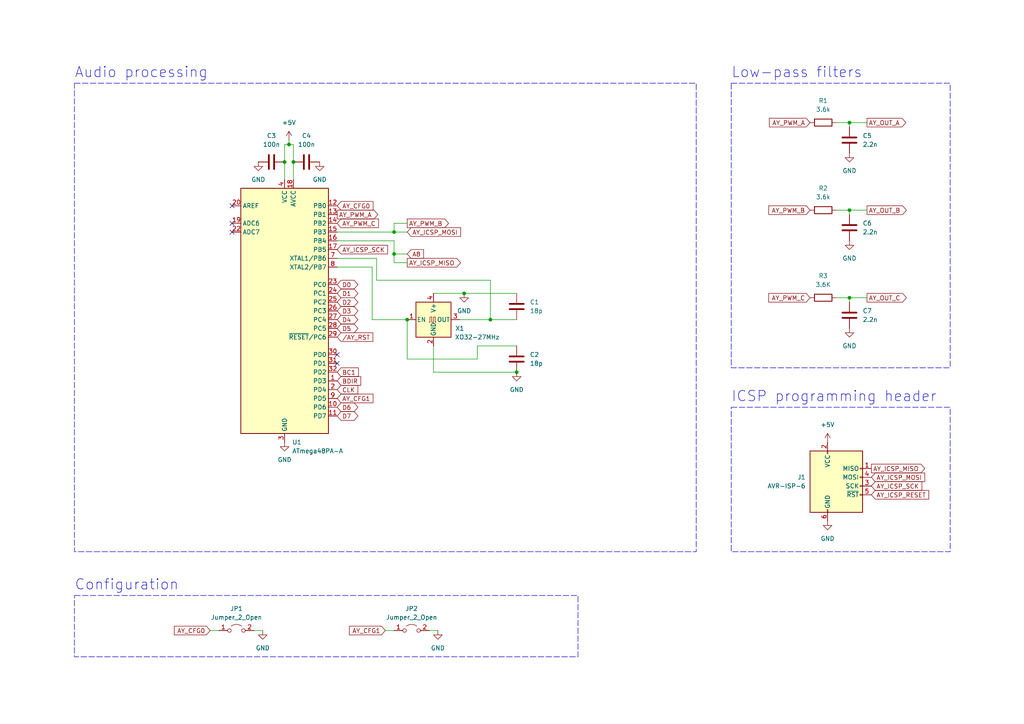
<source format=kicad_sch>
(kicad_sch (version 20230121) (generator eeschema)
  (paper "A4")
  (title_block (title "XANTRONIX Z128 Mainboard—AY-3-8192 Emulation") (company "XANTRONIX Computer"))
  (lib_symbols
    (symbol "Connector:AVR-ISP-6" (pin_names (offset 1.016))
      (property "Reference" "J" (at -6.35 11.43 0))
      (property "Value" "AVR-ISP-6" (at 0 11.43 0))
      (symbol "AVR-ISP-6_0_1"
        (rectangle (start -2.667 -6.858) (end -2.413 -7.62))
        (rectangle (start -2.667 10.16) (end -2.413 9.398))
        (rectangle (start 7.62 -2.413) (end 6.858 -2.667))
        (rectangle (start 7.62 0.127) (end 6.858 -0.127))
        (rectangle (start 7.62 2.667) (end 6.858 2.413))
        (rectangle (start 7.62 5.207) (end 6.858 4.953))
        (rectangle (start 7.62 10.16) (end -7.62 -7.62) (stroke (width 0.254)) (fill (type background)))
      )
      (symbol "AVR-ISP-6_1_1"
        (pin passive line (at 10.16 5.08 180) (length 2.54) (name "MISO") (number "1"))
        (pin passive line (at -2.54 12.7 270) (length 2.54) (name "VCC") (number "2"))
        (pin passive line (at 10.16 0 180) (length 2.54) (name "SCK") (number "3"))
        (pin passive line (at 10.16 2.54 180) (length 2.54) (name "MOSI") (number "4"))
        (pin passive line (at 10.16 -2.54 180) (length 2.54) (name "~{RST}") (number "5"))
        (pin passive line (at -2.54 -10.16 90) (length 2.54) (name "GND") (number "6"))
      )
    )
    (symbol "Device:C" (pin_numbers hide) (pin_names (offset 0.254))
      (property "Reference" "C" (at 0.635 2.54 0))
      (property "Value" "C" (at 0.635 -2.54 0))
      (symbol "C_0_1"
        (polyline (pts (xy -2.032 -0.762) (xy 2.032 -0.762)) (stroke (width 0.508)))
        (polyline (pts (xy -2.032 0.762) (xy 2.032 0.762)) (stroke (width 0.508)))
      )
      (symbol "C_1_1"
        (pin passive line (at 0 3.81 270) (length 2.794) (name "~") (number "1"))
        (pin passive line (at 0 -3.81 90) (length 2.794) (name "~") (number "2"))
      )
    )
    (symbol "Device:R" (pin_numbers hide) (pin_names (offset 0))
      (property "Reference" "R" (at 2.032 0 90))
      (property "Value" "R" (at 0 0 90))
      (symbol "R_0_1"
        (rectangle (start -1.016 -2.54) (end 1.016 2.54) (stroke (width 0.254)))
      )
      (symbol "R_1_1"
        (pin passive line (at 0 3.81 270) (length 1.27) (name "~") (number "1"))
        (pin passive line (at 0 -3.81 90) (length 1.27) (name "~") (number "2"))
      )
    )
    (symbol "Jumper:Jumper_2_Open" (pin_names (offset 0) hide)
      (property "Reference" "JP" (at 0 2.794 0))
      (property "Value" "Jumper_2_Open" (at 0 -2.286 0))
      (symbol "Jumper_2_Open_0_0"
        (circle (center -2.032 0) (radius 0.508))
        (circle (center 2.032 0) (radius 0.508))
      )
      (symbol "Jumper_2_Open_0_1"
        (arc (start 1.524 1.27) (mid 0 1.778) (end -1.524 1.27))
      )
      (symbol "Jumper_2_Open_1_1"
        (pin passive line (at -5.08 0 0) (length 2.54) (name "A") (number "1"))
        (pin passive line (at 5.08 0 180) (length 2.54) (name "B") (number "2"))
      )
    )
    (symbol "MCU_Microchip_ATmega:ATmega48PA-A"
      (property "Reference" "U" (at -12.7 36.83 0))
      (property "Value" "ATmega48PA-A" (at 2.54 -36.83 0))
      (symbol "ATmega48PA-A_0_1"
        (rectangle (start -12.7 -35.56) (end 12.7 35.56) (stroke (width 0.254)) (fill (type background)))
      )
      (symbol "ATmega48PA-A_1_1"
        (pin bidirectional line (at 15.24 -20.32 180) (length 2.54) (name "PD3") (number "1"))
        (pin bidirectional line (at 15.24 -27.94 180) (length 2.54) (name "PD6") (number "10"))
        (pin bidirectional line (at 15.24 -30.48 180) (length 2.54) (name "PD7") (number "11"))
        (pin bidirectional line (at 15.24 30.48 180) (length 2.54) (name "PB0") (number "12"))
        (pin bidirectional line (at 15.24 27.94 180) (length 2.54) (name "PB1") (number "13"))
        (pin bidirectional line (at 15.24 25.4 180) (length 2.54) (name "PB2") (number "14"))
        (pin bidirectional line (at 15.24 22.86 180) (length 2.54) (name "PB3") (number "15"))
        (pin bidirectional line (at 15.24 20.32 180) (length 2.54) (name "PB4") (number "16"))
        (pin bidirectional line (at 15.24 17.78 180) (length 2.54) (name "PB5") (number "17"))
        (pin power_in line (at 2.54 38.1 270) (length 2.54) (name "AVCC") (number "18"))
        (pin input line (at -15.24 25.4 0) (length 2.54) (name "ADC6") (number "19"))
        (pin bidirectional line (at 15.24 -22.86 180) (length 2.54) (name "PD4") (number "2"))
        (pin passive line (at -15.24 30.48 0) (length 2.54) (name "AREF") (number "20"))
        (pin passive line (at 0 -38.1 90) (length 2.54) hide (name "GND") (number "21"))
        (pin input line (at -15.24 22.86 0) (length 2.54) (name "ADC7") (number "22"))
        (pin bidirectional line (at 15.24 7.62 180) (length 2.54) (name "PC0") (number "23"))
        (pin bidirectional line (at 15.24 5.08 180) (length 2.54) (name "PC1") (number "24"))
        (pin bidirectional line (at 15.24 2.54 180) (length 2.54) (name "PC2") (number "25"))
        (pin bidirectional line (at 15.24 0 180) (length 2.54) (name "PC3") (number "26"))
        (pin bidirectional line (at 15.24 -2.54 180) (length 2.54) (name "PC4") (number "27"))
        (pin bidirectional line (at 15.24 -5.08 180) (length 2.54) (name "PC5") (number "28"))
        (pin bidirectional line (at 15.24 -7.62 180) (length 2.54) (name "~{RESET}/PC6") (number "29"))
        (pin power_in line (at 0 -38.1 90) (length 2.54) (name "GND") (number "3"))
        (pin bidirectional line (at 15.24 -12.7 180) (length 2.54) (name "PD0") (number "30"))
        (pin bidirectional line (at 15.24 -15.24 180) (length 2.54) (name "PD1") (number "31"))
        (pin bidirectional line (at 15.24 -17.78 180) (length 2.54) (name "PD2") (number "32"))
        (pin power_in line (at 0 38.1 270) (length 2.54) (name "VCC") (number "4"))
        (pin passive line (at 0 -38.1 90) (length 2.54) hide (name "GND") (number "5"))
        (pin passive line (at 0 38.1 270) (length 2.54) hide (name "VCC") (number "6"))
        (pin bidirectional line (at 15.24 15.24 180) (length 2.54) (name "XTAL1/PB6") (number "7"))
        (pin bidirectional line (at 15.24 12.7 180) (length 2.54) (name "XTAL2/PB7") (number "8"))
        (pin bidirectional line (at 15.24 -25.4 180) (length 2.54) (name "PD5") (number "9"))
      )
    )
    (symbol "Oscillator:XO32" (pin_names (offset 0.254))
      (property "Reference" "X" (at -5.08 6.35 0))
      (property "Value" "XO32" (at 1.27 -6.35 0))
      (symbol "XO32_0_1"
        (rectangle (start -5.08 5.08) (end 5.08 -5.08) (stroke (width 0.254)) (fill (type background)))
        (polyline (pts (xy -1.27 -0.762) (xy -1.016 -0.762) (xy -1.016 0.762) (xy -0.508 0.762) (xy -0.508 -0.762) (xy 0 -0.762) (xy 0 0.762) (xy 0.508 0.762) (xy 0.508 -0.762) (xy 0.762 -0.762)))
      )
      (symbol "XO32_1_1"
        (pin input line (at -7.62 0 0) (length 2.54) (name "EN") (number "1"))
        (pin power_in line (at 0 -7.62 90) (length 2.54) (name "GND") (number "2"))
        (pin output line (at 7.62 0 180) (length 2.54) (name "OUT") (number "3"))
        (pin power_in line (at 0 7.62 270) (length 2.54) (name "V+") (number "4"))
      )
    )
    (symbol "power:+5V" (power) (pin_names (offset 0))
      (property "Value" "+5V" (at 0 3.556 0))
      (symbol "+5V_0_1"
        (polyline (pts (xy -0.762 1.27) (xy 0 2.54)))
        (polyline (pts (xy 0 0) (xy 0 2.54)))
        (polyline (pts (xy 0 2.54) (xy 0.762 1.27)))
      )
      (symbol "+5V_1_1"
        (pin power_in line (at 0 0 90) (length 0) hide (name "+5V") (number "1"))
      )
    )
    (symbol "power:GND" (power) (pin_names (offset 0))
      (property "Value" "GND" (at 0 -3.81 0))
      (symbol "GND_0_1"
        (polyline (pts (xy 0 0) (xy 0 -1.27) (xy 1.27 -1.27) (xy 0 -2.54) (xy -1.27 -1.27) (xy 0 -1.27)))
      )
      (symbol "GND_1_1"
        (pin power_in line (at 0 0 270) (length 0) hide (name "GND") (number "1"))
      )
    )
  )
  (junction (at 82.55 46.99))
  (junction (at 85.09 46.99))
  (junction (at 134.62 85.09))
  (junction (at 149.86 107.95))
  (junction (at 246.38 60.96))
  (junction (at 246.38 86.36))
  (junction (at 114.3 67.31))
  (junction (at 83.82 41.91))
  (junction (at 246.38 35.56))
  (junction (at 142.24 92.71))
  (junction (at 118.11 92.71))
  (junction (at 114.3 73.66))
  (no_connect (at 67.31 59.69))
  (no_connect (at 67.31 64.77))
  (no_connect (at 97.79 105.41))
  (no_connect (at 67.31 67.31))
  (no_connect (at 97.79 102.87))
  (wire (pts (xy 118.11 92.71) (xy 118.11 104.14)))
  (wire (pts (xy 246.38 60.96) (xy 251.46 60.96)))
  (wire (pts (xy 107.95 77.47) (xy 107.95 92.71)))
  (wire (pts (xy 82.55 46.99) (xy 82.55 41.91)))
  (wire (pts (xy 82.55 46.99) (xy 82.55 52.07)))
  (wire (pts (xy 82.55 41.91) (xy 83.82 41.91)))
  (wire (pts (xy 109.22 81.28) (xy 142.24 81.28)))
  (wire (pts (xy 246.38 60.96) (xy 246.38 62.23)))
  (wire (pts (xy 242.57 86.36) (xy 246.38 86.36)))
  (wire (pts (xy 97.79 77.47) (xy 107.95 77.47)))
  (wire (pts (xy 114.3 73.66) (xy 118.11 73.66)))
  (wire (pts (xy 142.24 81.28) (xy 142.24 92.71)))
  (wire (pts (xy 149.86 107.95) (xy 125.73 107.95)))
  (wire (pts (xy 114.3 73.66) (xy 114.3 76.2)))
  (wire (pts (xy 83.82 40.64) (xy 83.82 41.91)))
  (wire (pts (xy 97.79 69.85) (xy 114.3 69.85)))
  (wire (pts (xy 134.62 85.09) (xy 149.86 85.09)))
  (wire (pts (xy 142.24 92.71) (xy 133.35 92.71)))
  (wire (pts (xy 246.38 86.36) (xy 251.46 86.36)))
  (wire (pts (xy 85.09 46.99) (xy 85.09 52.07)))
  (wire (pts (xy 118.11 104.14) (xy 138.43 104.14)))
  (wire (pts (xy 73.66 182.88) (xy 76.2 182.88)))
  (wire (pts (xy 142.24 92.71) (xy 149.86 92.71)))
  (wire (pts (xy 114.3 67.31) (xy 114.3 64.77)))
  (wire (pts (xy 246.38 35.56) (xy 246.38 36.83)))
  (wire (pts (xy 114.3 69.85) (xy 114.3 73.66)))
  (wire (pts (xy 125.73 107.95) (xy 125.73 100.33)))
  (wire (pts (xy 246.38 86.36) (xy 246.38 87.63)))
  (wire (pts (xy 138.43 100.33) (xy 149.86 100.33)))
  (wire (pts (xy 124.46 182.88) (xy 127 182.88)))
  (wire (pts (xy 246.38 35.56) (xy 251.46 35.56)))
  (wire (pts (xy 111.76 182.88) (xy 114.3 182.88)))
  (wire (pts (xy 97.79 67.31) (xy 114.3 67.31)))
  (wire (pts (xy 242.57 35.56) (xy 246.38 35.56)))
  (wire (pts (xy 114.3 76.2) (xy 118.11 76.2)))
  (wire (pts (xy 83.82 41.91) (xy 85.09 41.91)))
  (wire (pts (xy 114.3 67.31) (xy 118.11 67.31)))
  (wire (pts (xy 138.43 104.14) (xy 138.43 100.33)))
  (wire (pts (xy 109.22 74.93) (xy 109.22 81.28)))
  (wire (pts (xy 85.09 41.91) (xy 85.09 46.99)))
  (wire (pts (xy 60.96 182.88) (xy 63.5 182.88)))
  (wire (pts (xy 125.73 85.09) (xy 134.62 85.09)))
  (wire (pts (xy 114.3 64.77) (xy 118.11 64.77)))
  (wire (pts (xy 242.57 60.96) (xy 246.38 60.96)))
  (wire (pts (xy 107.95 92.71) (xy 118.11 92.71)))
  (wire (pts (xy 97.79 74.93) (xy 109.22 74.93)))
  (rectangle (start 212.09 118.11) (end 275.59 160.02) (stroke (width 0) (type dash)))
  (rectangle (start 21.59 24.13) (end 201.93 160.02) (stroke (width 0) (type dash)))
  (rectangle (start 212.09 24.13) (end 275.59 106.68) (stroke (width 0) (type dash)))
  (rectangle (start 21.59 172.72) (end 167.64 190.5) (stroke (width 0) (type dash)))
  (text "Configuration" (at 21.59 171.45 0) (effects (font (size 3 3)) (justify left bottom)))
  (text "Audio processing" (at 21.59 22.86 0) (effects (font (size 3 3)) (justify left bottom)))
  (text "ICSP programming header\n" (at 212.09 116.84 0) (effects (font (size 3 3)) (justify left bottom)))
  (text "Low-pass filters" (at 212.09 22.86 0) (effects (font (size 3 3)) (justify left bottom)))
  (global_label "BC1" (shape input) (at 97.79 107.95 0) (property "Intersheetrefs" "${INTERSHEET_REFS}" (effects hide)))
  (global_label "AY_ICSP_MOSI" (shape input) (at 118.11 67.31 0) (property "Intersheetrefs" "${INTERSHEET_REFS}" (effects hide)))
  (global_label "AY_OUT_C" (shape output) (at 251.46 86.36 0) (property "Intersheetrefs" "${INTERSHEET_REFS}" (effects hide)))
  (global_label "D3" (shape bidirectional) (at 97.79 90.17 0) (property "Intersheetrefs" "${INTERSHEET_REFS}" (effects hide)))
  (global_label "AY_PWM_C" (shape input) (at 234.95 86.36 180) (property "Intersheetrefs" "${INTERSHEET_REFS}" (effects hide)))
  (global_label "D5" (shape bidirectional) (at 97.79 95.25 0) (property "Intersheetrefs" "${INTERSHEET_REFS}" (effects hide)))
  (global_label "AY_ICSP_RESET" (shape input) (at 252.73 143.51 0) (property "Intersheetrefs" "${INTERSHEET_REFS}" (effects hide)))
  (global_label "{slash}AY_RST" (shape input) (at 97.79 97.79 0) (property "Intersheetrefs" "${INTERSHEET_REFS}" (effects hide)))
  (global_label "AY_CFG1" (shape input) (at 111.76 182.88 180) (property "Intersheetrefs" "${INTERSHEET_REFS}" (effects hide)))
  (global_label "AY_PWM_B" (shape input) (at 234.95 60.96 180) (property "Intersheetrefs" "${INTERSHEET_REFS}" (effects hide)))
  (global_label "AY_PWM_B" (shape output) (at 118.11 64.77 0) (property "Intersheetrefs" "${INTERSHEET_REFS}" (effects hide)))
  (global_label "D4" (shape bidirectional) (at 97.79 92.71 0) (property "Intersheetrefs" "${INTERSHEET_REFS}" (effects hide)))
  (global_label "D2" (shape bidirectional) (at 97.79 87.63 0) (property "Intersheetrefs" "${INTERSHEET_REFS}" (effects hide)))
  (global_label "AY_ICSP_MOSI" (shape input) (at 252.73 138.43 0) (property "Intersheetrefs" "${INTERSHEET_REFS}" (effects hide)))
  (global_label "BDIR" (shape input) (at 97.79 110.49 0) (property "Intersheetrefs" "${INTERSHEET_REFS}" (effects hide)))
  (global_label "D6" (shape bidirectional) (at 97.79 118.11 0) (property "Intersheetrefs" "${INTERSHEET_REFS}" (effects hide)))
  (global_label "AY_PWM_A" (shape output) (at 97.79 62.23 0) (property "Intersheetrefs" "${INTERSHEET_REFS}" (effects hide)))
  (global_label "AY_ICSP_MISO" (shape output) (at 118.11 76.2 0) (property "Intersheetrefs" "${INTERSHEET_REFS}" (effects hide)))
  (global_label "AY_ICSP_MISO" (shape output) (at 252.73 135.89 0) (property "Intersheetrefs" "${INTERSHEET_REFS}" (effects hide)))
  (global_label "AY_ICSP_SCK" (shape input) (at 252.73 140.97 0) (property "Intersheetrefs" "${INTERSHEET_REFS}" (effects hide)))
  (global_label "A8" (shape input) (at 118.11 73.66 0) (property "Intersheetrefs" "${INTERSHEET_REFS}" (effects hide)))
  (global_label "CLK" (shape input) (at 97.79 113.03 0) (property "Intersheetrefs" "${INTERSHEET_REFS}" (effects hide)))
  (global_label "AY_CFG1" (shape input) (at 97.79 115.57 0) (property "Intersheetrefs" "${INTERSHEET_REFS}" (effects hide)))
  (global_label "AY_CFG0" (shape input) (at 97.79 59.69 0) (property "Intersheetrefs" "${INTERSHEET_REFS}" (effects hide)))
  (global_label "AY_OUT_A" (shape output) (at 251.46 35.56 0) (property "Intersheetrefs" "${INTERSHEET_REFS}" (effects hide)))
  (global_label "D0" (shape bidirectional) (at 97.79 82.55 0) (property "Intersheetrefs" "${INTERSHEET_REFS}" (effects hide)))
  (global_label "AY_ICSP_SCK" (shape input) (at 97.79 72.39 0) (property "Intersheetrefs" "${INTERSHEET_REFS}" (effects hide)))
  (global_label "AY_PWM_C" (shape input) (at 97.79 64.77 0) (property "Intersheetrefs" "${INTERSHEET_REFS}" (effects hide)))
  (global_label "D1" (shape bidirectional) (at 97.79 85.09 0) (property "Intersheetrefs" "${INTERSHEET_REFS}" (effects hide)))
  (global_label "D7" (shape bidirectional) (at 97.79 120.65 0) (property "Intersheetrefs" "${INTERSHEET_REFS}" (effects hide)))
  (global_label "AY_PWM_A" (shape input) (at 234.95 35.56 180) (property "Intersheetrefs" "${INTERSHEET_REFS}" (effects hide)))
  (global_label "AY_OUT_B" (shape output) (at 251.46 60.96 0) (property "Intersheetrefs" "${INTERSHEET_REFS}" (effects hide)))
  (global_label "AY_CFG0" (shape input) (at 60.96 182.88 180) (property "Intersheetrefs" "${INTERSHEET_REFS}" (effects hide)))
  (symbol (lib_id "Device:R") (at 238.76 86.36 270) (unit 1)
    (property "Reference" "R3" (at 238.76 80.01 90))
    (property "Value" "3.6K" (at 238.76 82.55 90))
  )
  (symbol (lib_id "power:GND") (at 134.62 85.09 0) (unit 1)
    (property "Reference" "#PWR06" (effects hide))
    (property "Value" "GND" (at 134.62 90.17 0))
  )
  (symbol (lib_id "power:GND") (at 74.93 46.99 0) (unit 1)
    (property "Reference" "#PWR07" (effects hide))
    (property "Value" "GND" (at 74.93 52.07 0))
  )
  (symbol (lib_id "Jumper:Jumper_2_Open") (at 68.58 182.88 0) (unit 1)
    (property "Reference" "JP1" (at 68.58 176.53 0))
    (property "Value" "Jumper_2_Open" (at 68.58 179.07 0))
  )
  (symbol (lib_id "power:+5V") (at 83.82 40.64 0) (unit 1)
    (property "Reference" "#PWR01" (effects hide))
    (property "Value" "+5V" (at 83.82 35.56 0))
  )
  (symbol (lib_id "Device:C") (at 149.86 88.9 0) (unit 1)
    (property "Reference" "C1" (at 153.67 87.63 0) (effects (justify left)))
    (property "Value" "18p" (at 153.67 90.17 0) (effects (justify left)))
  )
  (symbol (lib_id "Device:C") (at 246.38 66.04 0) (unit 1)
    (property "Reference" "C6" (at 250.19 64.77 0) (effects (justify left)))
    (property "Value" "2.2n" (at 250.19 67.31 0) (effects (justify left)))
  )
  (symbol (lib_id "power:GND") (at 246.38 69.85 0) (unit 1)
    (property "Reference" "#PWR010" (effects hide))
    (property "Value" "GND" (at 246.38 74.93 0))
  )
  (symbol (lib_id "Device:C") (at 246.38 40.64 0) (unit 1)
    (property "Reference" "C5" (at 250.19 39.37 0) (effects (justify left)))
    (property "Value" "2.2n" (at 250.19 41.91 0) (effects (justify left)))
  )
  (symbol (lib_id "Oscillator:XO32") (at 125.73 92.71 0) (unit 1)
    (property "Reference" "X1" (at 133.35 95.25 0))
    (property "Value" "XO32-27MHz" (at 138.43 97.79 0))
    (property "Footprint" "Oscillator:Oscillator_SMD_EuroQuartz_XO32-4Pin_3.2x2.5mm" (effects hide))
    (property "Datasheet" "http://cdn-reichelt.de/documents/datenblatt/B400/XO32.pdf" (effects hide))
  )
  (symbol (lib_id "MCU_Microchip_ATmega:ATmega48PA-A") (at 82.55 90.17 0) (unit 1)
    (property "Reference" "U1" (at 84.7441 128.27 0) (effects (justify left)))
    (property "Value" "ATmega48PA-A" (at 84.7441 130.81 0) (effects (justify left)))
    (property "Footprint" "Package_QFP:TQFP-32_7x7mm_P0.8mm" (effects hide))
    (property "Datasheet" "http://ww1.microchip.com/downloads/en/DeviceDoc/ATmega48PA_88PA_168PA-Data-Sheet-40002011A.pdf" (effects hide))
  )
  (symbol (lib_id "Device:C") (at 78.74 46.99 90) (unit 1)
    (property "Reference" "C3" (at 78.74 39.37 90))
    (property "Value" "100n" (at 78.74 41.91 90))
  )
  (symbol (lib_id "power:GND") (at 149.86 107.95 0) (unit 1)
    (property "Reference" "#PWR05" (effects hide))
    (property "Value" "GND" (at 149.86 113.03 0))
  )
  (symbol (lib_id "Device:R") (at 238.76 60.96 270) (unit 1)
    (property "Reference" "R2" (at 238.76 54.61 90))
    (property "Value" "3.6k" (at 238.76 57.15 90))
  )
  (symbol (lib_id "power:GND") (at 76.2 182.88 0) (unit 1)
    (property "Reference" "#PWR012" (effects hide))
    (property "Value" "GND" (at 76.2 187.96 0))
  )
  (symbol (lib_id "Device:R") (at 238.76 35.56 270) (unit 1)
    (property "Reference" "R1" (at 238.76 29.21 90))
    (property "Value" "3.6k" (at 238.76 31.75 90))
  )
  (symbol (lib_id "Device:C") (at 149.86 104.14 0) (unit 1)
    (property "Reference" "C2" (at 153.67 102.87 0) (effects (justify left)))
    (property "Value" "18p" (at 153.67 105.41 0) (effects (justify left)))
  )
  (symbol (lib_id "power:+5V") (at 240.03 128.27 0) (unit 1)
    (property "Reference" "#PWR03" (effects hide))
    (property "Value" "+5V" (at 240.03 123.19 0))
  )
  (symbol (lib_id "power:GND") (at 82.55 128.27 0) (unit 1)
    (property "Reference" "#PWR02" (effects hide))
    (property "Value" "GND" (at 82.55 133.35 0))
  )
  (symbol (lib_id "power:GND") (at 246.38 44.45 0) (unit 1)
    (property "Reference" "#PWR09" (effects hide))
    (property "Value" "GND" (at 246.38 49.53 0))
  )
  (symbol (lib_id "Jumper:Jumper_2_Open") (at 119.38 182.88 0) (unit 1)
    (property "Reference" "JP2" (at 119.38 176.53 0))
    (property "Value" "Jumper_2_Open" (at 119.38 179.07 0))
  )
  (symbol (lib_id "Device:C") (at 88.9 46.99 90) (unit 1)
    (property "Reference" "C4" (at 88.9 39.37 90))
    (property "Value" "100n" (at 88.9 41.91 90))
  )
  (symbol (lib_id "power:GND") (at 240.03 151.13 0) (unit 1)
    (property "Reference" "#PWR04" (effects hide))
    (property "Value" "GND" (at 240.03 156.21 0))
  )
  (symbol (lib_id "power:GND") (at 246.38 95.25 0) (unit 1)
    (property "Reference" "#PWR011" (effects hide))
    (property "Value" "GND" (at 246.38 100.33 0))
  )
  (symbol (lib_id "Device:C") (at 246.38 91.44 180) (unit 1)
    (property "Reference" "C7" (at 250.19 90.17 0) (effects (justify right)))
    (property "Value" "2.2n" (at 250.19 92.71 0) (effects (justify right)))
  )
  (symbol (lib_id "Connector:AVR-ISP-6") (at 242.57 140.97 0) (unit 1)
    (property "Reference" "J1" (at 233.68 138.43 0) (effects (justify right)))
    (property "Value" "AVR-ISP-6" (at 233.68 140.97 0) (effects (justify right)))
    (property "Datasheet" " ~" (effects hide))
  )
  (symbol (lib_id "power:GND") (at 92.71 46.99 0) (unit 1)
    (property "Reference" "#PWR08" (effects hide))
    (property "Value" "GND" (at 92.71 52.07 0))
  )
  (symbol (lib_id "power:GND") (at 127 182.88 0) (unit 1)
    (property "Reference" "#PWR013" (effects hide))
    (property "Value" "GND" (at 127 187.96 0))
  )
)
</source>
